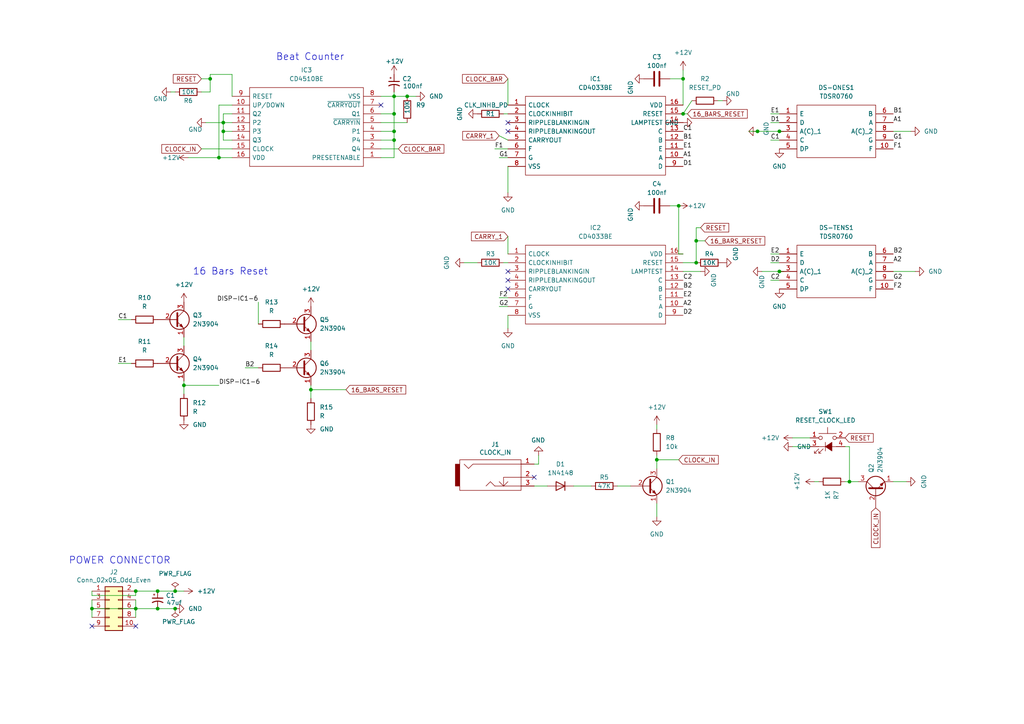
<source format=kicad_sch>
(kicad_sch (version 20211123) (generator eeschema)
  (paper "A4")
  (title_block (title "16Bars") (company "16thWind"))
  (lib_symbols
    (symbol "4xxx:CD4033BE" (pin_names (offset 0.762))
      (property "Reference" "IC" (at 46.99 7.62 0))
      (property "Value" "CD4033BE" (at 46.99 5.08 0))
      (symbol "CD4033BE_0_0"
        (pin input line (at 0 0 0) (length 5.08) (name "CLOCK") (number "1"))
        (pin passive line (at 50.8 -15.24 180) (length 5.08) (name "A") (number "10"))
        (pin passive line (at 50.8 -12.7 180) (length 5.08) (name "E") (number "11"))
        (pin passive line (at 50.8 -10.16 180) (length 5.08) (name "B") (number "12"))
        (pin passive line (at 50.8 -7.62 180) (length 5.08) (name "C") (number "13"))
        (pin passive line (at 50.8 -5.08 180) (length 5.08) (name "LAMPTEST") (number "14"))
        (pin passive line (at 50.8 -2.54 180) (length 5.08) (name "RESET") (number "15"))
        (pin power_in line (at 50.8 0 180) (length 5.08) (name "VDD") (number "16"))
        (pin input line (at 0 -2.54 0) (length 5.08) (name "CLOCKINHIBIT") (number "2"))
        (pin input line (at 0 -5.08 0) (length 5.08) (name "RIPPLEBLANKINGIN") (number "3"))
        (pin output line (at 0 -7.62 0) (length 5.08) (name "RIPPLEBLANKINGOUT") (number "4"))
        (pin output line (at 0 -10.16 0) (length 5.08) (name "CARRYOUT") (number "5"))
        (pin passive line (at 0 -12.7 0) (length 5.08) (name "F") (number "6"))
        (pin passive line (at 0 -15.24 0) (length 5.08) (name "G") (number "7"))
        (pin passive line (at 0 -17.78 0) (length 5.08) (name "VSS") (number "8"))
        (pin passive line (at 50.8 -17.78 180) (length 5.08) (name "D") (number "9"))
      )
      (symbol "CD4033BE_0_1"
        (polyline (pts (xy 5.08 2.54) (xy 45.72 2.54) (xy 45.72 -20.32) (xy 5.08 -20.32) (xy 5.08 2.54)) (stroke (width 0.1524)))
      )
    )
    (symbol "4xxx:CD4510BE" (pin_names (offset 0.762))
      (property "Reference" "IC" (at 39.37 7.62 0))
      (property "Value" "CD4510BE" (at 39.37 5.08 0))
      (symbol "CD4510BE_0_0"
        (pin passive line (at 0 0 0) (length 5.08) (name "PRESETENABLE") (number "1"))
        (pin passive line (at 43.18 -15.24 180) (length 5.08) (name "UP/DOWN") (number "10"))
        (pin passive line (at 43.18 -12.7 180) (length 5.08) (name "Q2") (number "11"))
        (pin passive line (at 43.18 -10.16 180) (length 5.08) (name "P2") (number "12"))
        (pin passive line (at 43.18 -7.62 180) (length 5.08) (name "P3") (number "13"))
        (pin passive line (at 43.18 -5.08 180) (length 5.08) (name "Q3") (number "14"))
        (pin input line (at 43.18 -2.54 180) (length 5.08) (name "CLOCK") (number "15"))
        (pin power_in line (at 43.18 0 180) (length 5.08) (name "VDD") (number "16"))
        (pin passive line (at 0 -2.54 0) (length 5.08) (name "Q4") (number "2"))
        (pin passive line (at 0 -5.08 0) (length 5.08) (name "P4") (number "3"))
        (pin passive line (at 0 -7.62 0) (length 5.08) (name "P1") (number "4"))
        (pin input line (at 0 -10.16 0) (length 5.08) (name "~{CARRYIN}") (number "5"))
        (pin passive line (at 0 -12.7 0) (length 5.08) (name "Q1") (number "6"))
        (pin output line (at 0 -15.24 0) (length 5.08) (name "~{CARRYOUT}") (number "7"))
        (pin passive line (at 0 -17.78 0) (length 5.08) (name "VSS") (number "8"))
        (pin passive line (at 43.18 -17.78 180) (length 5.08) (name "RESET") (number "9"))
      )
      (symbol "CD4510BE_0_1"
        (polyline (pts (xy 5.08 2.54) (xy 38.1 2.54) (xy 38.1 -20.32) (xy 5.08 -20.32) (xy 5.08 2.54)) (stroke (width 0.1524)))
      )
    )
    (symbol "CD4033BE_1" (pin_names (offset 0.762))
      (property "Reference" "IC" (at 46.99 7.62 0))
      (property "Value" "CD4033BE_1" (at 46.99 5.08 0))
      (symbol "CD4033BE_1_0_0"
        (pin input line (at 0 0 0) (length 5.08) (name "CLOCK") (number "1"))
        (pin passive line (at 50.8 -15.24 180) (length 5.08) (name "A") (number "10"))
        (pin passive line (at 50.8 -12.7 180) (length 5.08) (name "E") (number "11"))
        (pin passive line (at 50.8 -10.16 180) (length 5.08) (name "B") (number "12"))
        (pin passive line (at 50.8 -7.62 180) (length 5.08) (name "C") (number "13"))
        (pin passive line (at 50.8 -5.08 180) (length 5.08) (name "LAMPTEST") (number "14"))
        (pin passive line (at 50.8 -2.54 180) (length 5.08) (name "RESET") (number "15"))
        (pin power_in line (at 50.8 0 180) (length 5.08) (name "VDD") (number "16"))
        (pin input line (at 0 -2.54 0) (length 5.08) (name "CLOCKINHIBIT") (number "2"))
        (pin input line (at 0 -5.08 0) (length 5.08) (name "RIPPLEBLANKINGIN") (number "3"))
        (pin output line (at 0 -7.62 0) (length 5.08) (name "RIPPLEBLANKINGOUT") (number "4"))
        (pin output line (at 0 -10.16 0) (length 5.08) (name "CARRYOUT") (number "5"))
        (pin passive line (at 0 -12.7 0) (length 5.08) (name "F") (number "6"))
        (pin passive line (at 0 -15.24 0) (length 5.08) (name "G") (number "7"))
        (pin passive line (at 0 -17.78 0) (length 5.08) (name "VSS") (number "8"))
        (pin passive line (at 50.8 -17.78 180) (length 5.08) (name "D") (number "9"))
      )
      (symbol "CD4033BE_1_0_1"
        (polyline (pts (xy 5.08 2.54) (xy 45.72 2.54) (xy 45.72 -20.32) (xy 5.08 -20.32) (xy 5.08 2.54)) (stroke (width 0.1524)))
      )
    )
    (symbol "Connector_Generic:Conn_02x05_Odd_Even" (pin_names (offset 1.016) hide)
      (property "Reference" "J" (at 1.27 7.62 0))
      (property "Value" "Conn_02x05_Odd_Even" (at 1.27 -7.62 0))
      (symbol "Conn_02x05_Odd_Even_1_1"
        (rectangle (start -1.27 -4.953) (end 0 -5.207) (stroke (width 0.1524)))
        (rectangle (start -1.27 -2.413) (end 0 -2.667) (stroke (width 0.1524)))
        (rectangle (start -1.27 0.127) (end 0 -0.127) (stroke (width 0.1524)))
        (rectangle (start -1.27 2.667) (end 0 2.413) (stroke (width 0.1524)))
        (rectangle (start -1.27 5.207) (end 0 4.953) (stroke (width 0.1524)))
        (rectangle (start -1.27 6.35) (end 3.81 -6.35) (stroke (width 0.254)) (fill (type background)))
        (rectangle (start 3.81 -4.953) (end 2.54 -5.207) (stroke (width 0.1524)))
        (rectangle (start 3.81 -2.413) (end 2.54 -2.667) (stroke (width 0.1524)))
        (rectangle (start 3.81 0.127) (end 2.54 -0.127) (stroke (width 0.1524)))
        (rectangle (start 3.81 2.667) (end 2.54 2.413) (stroke (width 0.1524)))
        (rectangle (start 3.81 5.207) (end 2.54 4.953) (stroke (width 0.1524)))
        (pin passive line (at -5.08 5.08 0) (length 3.81) (name "Pin_1") (number "1"))
        (pin passive line (at 7.62 -5.08 180) (length 3.81) (name "Pin_10") (number "10"))
        (pin passive line (at 7.62 5.08 180) (length 3.81) (name "Pin_2") (number "2"))
        (pin passive line (at -5.08 2.54 0) (length 3.81) (name "Pin_3") (number "3"))
        (pin passive line (at 7.62 2.54 180) (length 3.81) (name "Pin_4") (number "4"))
        (pin passive line (at -5.08 0 0) (length 3.81) (name "Pin_5") (number "5"))
        (pin passive line (at 7.62 0 180) (length 3.81) (name "Pin_6") (number "6"))
        (pin passive line (at -5.08 -2.54 0) (length 3.81) (name "Pin_7") (number "7"))
        (pin passive line (at 7.62 -2.54 180) (length 3.81) (name "Pin_8") (number "8"))
        (pin passive line (at -5.08 -5.08 0) (length 3.81) (name "Pin_9") (number "9"))
      )
    )
    (symbol "Device:C" (pin_numbers hide) (pin_names (offset 0.254))
      (property "Reference" "C" (at 0.635 2.54 0))
      (property "Value" "C" (at 0.635 -2.54 0))
      (symbol "C_0_1"
        (polyline (pts (xy -2.032 -0.762) (xy 2.032 -0.762)) (stroke (width 0.508)))
        (polyline (pts (xy -2.032 0.762) (xy 2.032 0.762)) (stroke (width 0.508)))
      )
      (symbol "C_1_1"
        (pin passive line (at 0 3.81 270) (length 2.794) (name "~") (number "1"))
        (pin passive line (at 0 -3.81 90) (length 2.794) (name "~") (number "2"))
      )
    )
    (symbol "Device:C_Polarized_Small_US" (pin_numbers hide) (pin_names (offset 0.254) hide)
      (property "Reference" "C" (at 0.254 1.778 0))
      (property "Value" "C_Polarized_Small_US" (at 0.254 -2.032 0))
      (symbol "C_Polarized_Small_US_0_1"
        (polyline (pts (xy -1.524 0.508) (xy 1.524 0.508)) (stroke (width 0.3048)))
        (polyline (pts (xy -1.27 1.524) (xy -0.762 1.524)))
        (polyline (pts (xy -1.016 1.27) (xy -1.016 1.778)))
        (arc (start 1.524 -0.762) (mid 0 -0.3734) (end -1.524 -0.762) (stroke (width 0.3048)))
      )
      (symbol "C_Polarized_Small_US_1_1"
        (pin passive line (at 0 2.54 270) (length 2.032) (name "~") (number "1"))
        (pin passive line (at 0 -2.54 90) (length 2.032) (name "~") (number "2"))
      )
    )
    (symbol "Device:D" (pin_numbers hide) (pin_names (offset 1.016) hide)
      (property "Reference" "D" (at 0 2.54 0))
      (property "Value" "D" (at 0 -2.54 0))
      (symbol "D_0_1"
        (polyline (pts (xy -1.27 1.27) (xy -1.27 -1.27)) (stroke (width 0.254)))
        (polyline (pts (xy 1.27 0) (xy -1.27 0)))
        (polyline (pts (xy 1.27 1.27) (xy 1.27 -1.27) (xy -1.27 0) (xy 1.27 1.27)) (stroke (width 0.254)))
      )
      (symbol "D_1_1"
        (pin passive line (at -3.81 0 0) (length 2.54) (name "K") (number "1"))
        (pin passive line (at 3.81 0 180) (length 2.54) (name "A") (number "2"))
      )
    )
    (symbol "Device:R" (pin_numbers hide) (pin_names (offset 0))
      (property "Reference" "R" (at 2.032 0 90))
      (property "Value" "R" (at 0 0 90))
      (symbol "R_0_1"
        (rectangle (start -1.016 -2.54) (end 1.016 2.54) (stroke (width 0.254)))
      )
      (symbol "R_1_1"
        (pin passive line (at 0 3.81 270) (length 1.27) (name "~") (number "1"))
        (pin passive line (at 0 -3.81 90) (length 1.27) (name "~") (number "2"))
      )
    )
    (symbol "SamacSys_Parts:TDSR0760" (pin_names (offset 0.762))
      (property "Reference" "DS" (at 29.21 7.62 0))
      (property "Value" "TDSR0760" (at 29.21 5.08 0))
      (symbol "TDSR0760_0_0"
        (pin passive line (at 0 0 0) (length 5.08) (name "E") (number "1"))
        (pin passive line (at 33.02 -10.16 180) (length 5.08) (name "F") (number "10"))
        (pin passive line (at 0 -2.54 0) (length 5.08) (name "D") (number "2"))
        (pin passive line (at 0 -5.08 0) (length 5.08) (name "A(C)_1") (number "3"))
        (pin passive line (at 0 -7.62 0) (length 5.08) (name "C") (number "4"))
        (pin passive line (at 0 -10.16 0) (length 5.08) (name "DP") (number "5"))
        (pin passive line (at 33.02 0 180) (length 5.08) (name "B") (number "6"))
        (pin passive line (at 33.02 -2.54 180) (length 5.08) (name "A") (number "7"))
        (pin passive line (at 33.02 -5.08 180) (length 5.08) (name "A(C)_2") (number "8"))
        (pin passive line (at 33.02 -7.62 180) (length 5.08) (name "G") (number "9"))
      )
      (symbol "TDSR0760_0_1"
        (polyline (pts (xy 5.08 2.54) (xy 27.94 2.54) (xy 27.94 -12.7) (xy 5.08 -12.7) (xy 5.08 2.54)) (stroke (width 0.1524)))
      )
    )
    (symbol "Switch:SW_Push_LED" (pin_names (offset 1.016) hide)
      (property "Reference" "SW" (at 0.635 5.715 0))
      (property "Value" "SW_Push_LED" (at 0 -3.175 0))
      (symbol "SW_Push_LED_0_0"
        (polyline (pts (xy -3.81 -1.905) (xy -2.54 -0.635)))
        (polyline (pts (xy -2.54 -1.905) (xy -1.27 -0.635)))
        (polyline (pts (xy -2.54 0) (xy 2.54 0)))
        (polyline (pts (xy -0.635 1.27) (xy -0.635 -1.27)))
        (polyline (pts (xy -3.81 -1.27) (xy -3.81 -1.905) (xy -3.175 -1.905)))
        (polyline (pts (xy -2.54 -1.27) (xy -2.54 -1.905) (xy -1.905 -1.905)))
        (polyline (pts (xy -0.635 0) (xy 1.27 1.27) (xy 1.27 -1.27) (xy -0.635 0)) (fill (type outline)))
      )
      (symbol "SW_Push_LED_0_1"
        (circle (center -2.032 2.54) (radius 0.508))
        (polyline (pts (xy 0 3.81) (xy 0 5.588)))
        (polyline (pts (xy 2.54 3.81) (xy -2.54 3.81)))
        (circle (center 2.032 2.54) (radius 0.508))
        (pin passive line (at -5.08 2.54 0) (length 2.54) (name "1") (number "1"))
        (pin passive line (at 5.08 2.54 180) (length 2.54) (name "2") (number "2"))
        (pin passive line (at -5.08 0 0) (length 2.54) (name "K") (number "3"))
        (pin passive line (at 5.08 0 180) (length 2.54) (name "A") (number "4"))
      )
    )
    (symbol "Transistor_BJT:2N3904" (pin_names (offset 0) hide)
      (property "Reference" "Q" (at 5.08 1.905 0))
      (property "Value" "2N3904" (at 5.08 0 0))
      (symbol "2N3904_0_1"
        (polyline (pts (xy 0.635 0.635) (xy 2.54 2.54)))
        (polyline (pts (xy 0.635 -0.635) (xy 2.54 -2.54) (xy 2.54 -2.54)))
        (polyline (pts (xy 0.635 1.905) (xy 0.635 -1.905) (xy 0.635 -1.905)) (stroke (width 0.508)))
        (polyline (pts (xy 1.27 -1.778) (xy 1.778 -1.27) (xy 2.286 -2.286) (xy 1.27 -1.778) (xy 1.27 -1.778)) (fill (type outline)))
        (circle (center 1.27 0) (radius 2.8194) (stroke (width 0.254)))
      )
      (symbol "2N3904_1_1"
        (pin passive line (at 2.54 -5.08 90) (length 2.54) (name "E") (number "1"))
        (pin passive line (at -5.08 0 0) (length 5.715) (name "B") (number "2"))
        (pin passive line (at 2.54 5.08 270) (length 2.54) (name "C") (number "3"))
      )
    )
    (symbol "eurocad:PJ301M-12" (pin_names (offset 1.016))
      (property "Reference" "J" (at -8.89 -5.08 0))
      (property "Value" "eurocad_PJ301M-12" (at -3.81 6.35 0))
      (symbol "PJ301M-12_0_1"
        (rectangle (start -11.43 3.81) (end -10.16 -2.54) (fill (type outline)))
        (polyline (pts (xy 3.81 0) (xy 7.62 0) (xy 7.62 0)))
        (polyline (pts (xy 0 -2.54) (xy -1.27 -1.27) (xy -2.54 -2.54) (xy -2.54 -2.54)))
        (polyline (pts (xy 0 -2.54) (xy 7.62 -2.54) (xy 7.62 -2.54) (xy 7.62 -2.54)))
        (polyline (pts (xy 1.27 -1.27) (xy 2.54 -2.54) (xy 3.81 -1.27) (xy 3.81 -1.27)))
        (polyline (pts (xy 3.81 0) (xy 2.54 0) (xy 2.54 -2.54) (xy 2.54 -2.54)))
        (polyline (pts (xy 7.62 3.81) (xy -6.35 3.81) (xy -7.62 2.54) (xy -8.89 3.81) (xy -8.89 3.81)))
        (rectangle (start 7.62 -3.81) (end -10.16 5.08))
      )
      (symbol "PJ301M-12_1_1"
        (pin passive line (at 11.43 3.81 180) (length 3.81) (name "~") (number "1"))
        (pin passive line (at 11.43 0 180) (length 3.81) (name "~") (number "2"))
        (pin passive line (at 11.43 -2.54 180) (length 3.81) (name "~") (number "3"))
      )
    )
    (symbol "power:+12V" (power) (pin_names (offset 0))
      (property "Value" "+12V" (at 0 3.556 0))
      (symbol "+12V_0_1"
        (polyline (pts (xy -0.762 1.27) (xy 0 2.54)))
        (polyline (pts (xy 0 0) (xy 0 2.54)))
        (polyline (pts (xy 0 2.54) (xy 0.762 1.27)))
      )
      (symbol "+12V_1_1"
        (pin power_in line (at 0 0 90) (length 0) hide (name "+12V") (number "1"))
      )
    )
    (symbol "power:GND" (power) (pin_names (offset 0))
      (property "Value" "GND" (at 0 -3.81 0))
      (symbol "GND_0_1"
        (polyline (pts (xy 0 0) (xy 0 -1.27) (xy 1.27 -1.27) (xy 0 -2.54) (xy -1.27 -1.27) (xy 0 -1.27)))
      )
      (symbol "GND_1_1"
        (pin power_in line (at 0 0 270) (length 0) hide (name "GND") (number "1"))
      )
    )
    (symbol "power:PWR_FLAG" (power) (pin_numbers hide) (pin_names (offset 0) hide)
      (property "Value" "PWR_FLAG" (at 0 3.81 0))
      (symbol "PWR_FLAG_0_0"
        (pin power_out line (at 0 0 90) (length 0) (name "pwr") (number "1"))
      )
      (symbol "PWR_FLAG_0_1"
        (polyline (pts (xy 0 0) (xy 0 1.27) (xy -1.016 1.905) (xy 0 2.54) (xy 1.016 1.905) (xy 0 1.27)))
      )
    )
  )
  (junction (at 39.37 176.53))
  (junction (at 90.17 113.03))
  (junction (at 64.77 38.1))
  (junction (at 190.5 133.35))
  (junction (at 246.38 139.7))
  (junction (at 50.8 176.53))
  (junction (at 198.12 22.86))
  (junction (at 198.12 33.02))
  (junction (at 118.11 27.94))
  (junction (at 60.96 22.86))
  (junction (at 53.34 111.76))
  (junction (at 39.37 171.45))
  (junction (at 226.06 78.74))
  (junction (at 45.72 176.53))
  (junction (at 114.3 27.94))
  (junction (at 114.3 40.64))
  (junction (at 219.71 38.1))
  (junction (at 114.3 33.02))
  (junction (at 26.67 176.53))
  (junction (at 64.77 35.56))
  (junction (at 63.5 45.72))
  (junction (at 45.72 171.45))
  (junction (at 201.93 76.2))
  (junction (at 226.06 38.1))
  (junction (at 50.8 171.45))
  (junction (at 196.85 59.69))
  (junction (at 201.93 69.85))
  (junction (at 114.3 38.1))
  (no_connect (at 147.32 38.1))
  (no_connect (at 147.32 35.56))
  (no_connect (at 154.94 138.43))
  (no_connect (at 26.67 181.61))
  (no_connect (at 147.32 81.28))
  (no_connect (at 147.32 78.74))
  (no_connect (at 147.32 83.82))
  (no_connect (at 110.49 30.48))
  (no_connect (at 39.37 181.61))
  (wire (pts (xy 90.17 99.06) (xy 90.17 101.6)))
  (wire (pts (xy 26.67 173.99) (xy 26.67 176.53)))
  (wire (pts (xy 200.66 29.21) (xy 198.12 33.02)))
  (wire (pts (xy 58.42 43.18) (xy 67.31 43.18)))
  (wire (pts (xy 190.5 146.05) (xy 190.5 149.86)))
  (wire (pts (xy 45.72 171.45) (xy 50.8 171.45)))
  (wire (pts (xy 223.52 81.28) (xy 226.06 81.28)))
  (wire (pts (xy 39.37 179.07) (xy 39.37 176.53)))
  (wire (pts (xy 110.49 35.56) (xy 118.11 35.56)))
  (wire (pts (xy 39.37 171.45) (xy 45.72 171.45)))
  (wire (pts (xy 190.5 133.35) (xy 190.5 132.08)))
  (wire (pts (xy 223.52 76.2) (xy 226.06 76.2)))
  (wire (pts (xy 198.12 22.86) (xy 198.12 30.48)))
  (wire (pts (xy 147.32 22.86) (xy 147.32 30.48)))
  (wire (pts (xy 196.85 133.35) (xy 190.5 133.35)))
  (wire (pts (xy 60.96 26.67) (xy 58.42 26.67)))
  (wire (pts (xy 147.32 43.18) (xy 143.51 43.18)))
  (wire (pts (xy 147.32 45.72) (xy 144.78 45.72)))
  (wire (pts (xy 110.49 40.64) (xy 114.3 40.64)))
  (wire (pts (xy 147.32 68.58) (xy 147.32 73.66)))
  (wire (pts (xy 53.34 97.79) (xy 53.34 100.33)))
  (wire (pts (xy 39.37 173.99) (xy 39.37 176.53)))
  (wire (pts (xy 67.31 33.02) (xy 64.77 33.02)))
  (wire (pts (xy 190.5 123.19) (xy 190.5 124.46)))
  (wire (pts (xy 118.11 27.94) (xy 114.3 27.94)))
  (wire (pts (xy 182.88 140.97) (xy 179.07 140.97)))
  (wire (pts (xy 246.38 129.54) (xy 246.38 139.7)))
  (wire (pts (xy 60.96 21.59) (xy 67.31 21.59)))
  (wire (pts (xy 236.22 139.7) (xy 237.49 139.7)))
  (wire (pts (xy 156.21 134.62) (xy 154.94 134.62)))
  (wire (pts (xy 63.5 30.48) (xy 63.5 45.72)))
  (wire (pts (xy 234.95 129.54) (xy 229.87 129.54)))
  (wire (pts (xy 223.52 33.02) (xy 226.06 33.02)))
  (wire (pts (xy 34.29 105.41) (xy 38.1 105.41)))
  (wire (pts (xy 39.37 171.45) (xy 39.37 172.72)))
  (wire (pts (xy 226.06 38.1) (xy 227.33 38.1)))
  (wire (pts (xy 50.8 176.53) (xy 45.72 176.53)))
  (wire (pts (xy 26.67 172.72) (xy 26.67 171.45)))
  (wire (pts (xy 156.21 134.62) (xy 156.21 132.08)))
  (wire (pts (xy 194.31 59.69) (xy 196.85 59.69)))
  (wire (pts (xy 60.96 21.59) (xy 60.96 22.86)))
  (wire (pts (xy 114.3 27.94) (xy 110.49 27.94)))
  (wire (pts (xy 203.2 66.04) (xy 201.93 66.04)))
  (wire (pts (xy 201.93 76.2) (xy 198.12 76.2)))
  (wire (pts (xy 114.3 40.64) (xy 114.3 45.72)))
  (wire (pts (xy 90.17 113.03) (xy 100.33 113.03)))
  (wire (pts (xy 201.93 69.85) (xy 204.47 69.85)))
  (wire (pts (xy 64.77 38.1) (xy 64.77 35.56)))
  (wire (pts (xy 64.77 35.56) (xy 67.31 35.56)))
  (wire (pts (xy 26.67 179.07) (xy 26.67 176.53)))
  (wire (pts (xy 220.98 78.74) (xy 226.06 78.74)))
  (wire (pts (xy 60.96 22.86) (xy 60.96 26.67)))
  (wire (pts (xy 110.49 33.02) (xy 114.3 33.02)))
  (wire (pts (xy 110.49 45.72) (xy 114.3 45.72)))
  (wire (pts (xy 63.5 45.72) (xy 67.31 45.72)))
  (wire (pts (xy 74.93 87.63) (xy 74.93 93.98)))
  (wire (pts (xy 64.77 33.02) (xy 64.77 35.56)))
  (wire (pts (xy 67.31 40.64) (xy 64.77 40.64)))
  (wire (pts (xy 67.31 21.59) (xy 67.31 27.94)))
  (wire (pts (xy 226.06 78.74) (xy 227.33 78.74)))
  (wire (pts (xy 217.17 38.1) (xy 219.71 38.1)))
  (wire (pts (xy 264.16 38.1) (xy 259.08 38.1)))
  (wire (pts (xy 39.37 172.72) (xy 26.67 172.72)))
  (wire (pts (xy 198.12 20.32) (xy 198.12 22.86)))
  (wire (pts (xy 144.78 86.36) (xy 147.32 86.36)))
  (wire (pts (xy 90.17 113.03) (xy 90.17 111.76)))
  (wire (pts (xy 71.12 106.68) (xy 74.93 106.68)))
  (wire (pts (xy 144.78 88.9) (xy 147.32 88.9)))
  (wire (pts (xy 208.28 29.21) (xy 209.55 29.21)))
  (wire (pts (xy 219.71 38.1) (xy 226.06 38.1)))
  (wire (pts (xy 53.34 114.3) (xy 53.34 111.76)))
  (wire (pts (xy 53.34 111.76) (xy 63.5 111.76)))
  (wire (pts (xy 90.17 115.57) (xy 90.17 113.03)))
  (wire (pts (xy 199.39 33.02) (xy 198.12 33.02)))
  (wire (pts (xy 203.2 78.74) (xy 198.12 78.74)))
  (wire (pts (xy 154.94 140.97) (xy 158.75 140.97)))
  (wire (pts (xy 265.43 78.74) (xy 259.08 78.74)))
  (wire (pts (xy 246.38 129.54) (xy 245.11 129.54)))
  (wire (pts (xy 45.72 176.53) (xy 39.37 176.53)))
  (wire (pts (xy 245.11 139.7) (xy 246.38 139.7)))
  (wire (pts (xy 114.3 27.94) (xy 114.3 33.02)))
  (wire (pts (xy 110.49 38.1) (xy 114.3 38.1)))
  (wire (pts (xy 53.34 111.76) (xy 53.34 110.49)))
  (wire (pts (xy 223.52 35.56) (xy 226.06 35.56)))
  (wire (pts (xy 147.32 48.26) (xy 147.32 55.88)))
  (wire (pts (xy 223.52 40.64) (xy 226.06 40.64)))
  (wire (pts (xy 26.67 176.53) (xy 39.37 176.53)))
  (wire (pts (xy 147.32 91.44) (xy 147.32 95.25)))
  (wire (pts (xy 114.3 38.1) (xy 114.3 40.64)))
  (wire (pts (xy 171.45 140.97) (xy 166.37 140.97)))
  (wire (pts (xy 146.05 33.02) (xy 147.32 33.02)))
  (wire (pts (xy 59.69 35.56) (xy 64.77 35.56)))
  (wire (pts (xy 146.05 76.2) (xy 147.32 76.2)))
  (wire (pts (xy 223.52 73.66) (xy 226.06 73.66)))
  (wire (pts (xy 134.62 76.2) (xy 138.43 76.2)))
  (wire (pts (xy 67.31 38.1) (xy 64.77 38.1)))
  (wire (pts (xy 50.8 171.45) (xy 53.34 171.45)))
  (wire (pts (xy 196.85 59.69) (xy 196.85 73.66)))
  (wire (pts (xy 34.29 92.71) (xy 38.1 92.71)))
  (wire (pts (xy 50.8 26.67) (xy 49.53 26.67)))
  (wire (pts (xy 229.87 127) (xy 234.95 127)))
  (wire (pts (xy 54.61 45.72) (xy 63.5 45.72)))
  (wire (pts (xy 196.85 73.66) (xy 198.12 73.66)))
  (wire (pts (xy 64.77 40.64) (xy 64.77 38.1)))
  (wire (pts (xy 246.38 139.7) (xy 248.92 139.7)))
  (wire (pts (xy 120.65 27.94) (xy 118.11 27.94)))
  (wire (pts (xy 201.93 69.85) (xy 201.93 76.2)))
  (wire (pts (xy 201.93 66.04) (xy 201.93 69.85)))
  (wire (pts (xy 194.31 22.86) (xy 198.12 22.86)))
  (wire (pts (xy 190.5 135.89) (xy 190.5 133.35)))
  (wire (pts (xy 115.57 43.18) (xy 110.49 43.18)))
  (wire (pts (xy 67.31 30.48) (xy 63.5 30.48)))
  (wire (pts (xy 114.3 33.02) (xy 114.3 38.1)))
  (wire (pts (xy 144.78 39.37) (xy 147.32 40.64)))
  (wire (pts (xy 58.42 22.86) (xy 60.96 22.86)))
  (wire (pts (xy 114.3 26.67) (xy 114.3 27.94)))
  (wire (pts (xy 259.08 139.7) (xy 262.89 139.7)))
  (text "POWER CONNECTOR" (at 49.53 163.83 180) (effects (font (size 2 2)) (justify right bottom)))
  (text "16 Bars Reset\n" (at 55.88 80.01 0) (effects (font (size 2 2)) (justify left bottom)))
  (text "Beat Counter" (at 80.01 17.78 0) (effects (font (size 2 2)) (justify left bottom)))
  (label "C1" (at 223.52 40.64 0))
  (label "A2" (at 259.08 76.2 0))
  (label "F2" (at 259.08 83.82 0))
  (label "G1" (at 259.08 40.64 0))
  (label "A1" (at 198.12 45.72 0))
  (label "D1" (at 198.12 48.26 0))
  (label "F1" (at 259.08 43.18 0))
  (label "D2" (at 198.12 91.44 0))
  (label "C2" (at 198.12 81.28 0))
  (label "D2" (at 223.52 76.2 0))
  (label "F1" (at 143.51 43.18 0))
  (label "E1" (at 34.29 105.41 0))
  (label "B2" (at 259.08 73.66 0))
  (label "E2" (at 198.12 86.36 0))
  (label "B1" (at 198.12 40.64 0))
  (label "C1" (at 198.12 38.1 0))
  (label "DISP-IC1-6" (at 74.93 87.63 180))
  (label "A2" (at 198.12 88.9 0))
  (label "F2" (at 144.78 86.36 0))
  (label "G2" (at 144.78 88.9 0))
  (label "G2" (at 259.08 81.28 0))
  (label "B2" (at 71.12 106.68 0))
  (label "C1" (at 34.29 92.71 0))
  (label "B2" (at 198.12 83.82 0))
  (label "B1" (at 259.08 33.02 0))
  (label "E2" (at 223.52 73.66 0))
  (label "C2" (at 223.52 81.28 0))
  (label "E1" (at 198.12 43.18 0))
  (label "D1" (at 223.52 35.56 0))
  (label "DISP-IC1-6" (at 63.5 111.76 0))
  (label "G1" (at 144.78 45.72 0))
  (label "A1" (at 259.08 35.56 0))
  (label "E1" (at 223.52 33.02 0))
  (global_label "RESET" (shape input) (at 58.42 22.86 180) (property "Intersheet References" "${INTERSHEET_REFS}" (effects hide)))
  (global_label "CLOCK_IN" (shape input) (at 196.85 133.35 0) (property "Intersheet References" "${INTERSHEET_REFS}" (effects hide)))
  (global_label "CLOCK_BAR" (shape input) (at 115.57 43.18 0) (property "Intersheet References" "${INTERSHEET_REFS}" (effects hide)))
  (global_label "RESET" (shape input) (at 245.11 127 0) (property "Intersheet References" "${INTERSHEET_REFS}" (effects hide)))
  (global_label "16_BARS_RESET" (shape input) (at 204.47 69.85 0) (property "Intersheet References" "${INTERSHEET_REFS}" (effects hide)))
  (global_label "CLOCK_IN" (shape input) (at 58.42 43.18 180) (property "Intersheet References" "${INTERSHEET_REFS}" (effects hide)))
  (global_label "16_BARS_RESET" (shape input) (at 100.33 113.03 0) (property "Intersheet References" "${INTERSHEET_REFS}" (effects hide)))
  (global_label "RESET" (shape input) (at 203.2 66.04 0) (property "Intersheet References" "${INTERSHEET_REFS}" (effects hide)))
  (global_label "CARRY_1" (shape input) (at 144.78 39.37 180) (property "Intersheet References" "${INTERSHEET_REFS}" (effects hide)))
  (global_label "CARRY_1" (shape input) (at 147.32 68.58 180) (property "Intersheet References" "${INTERSHEET_REFS}" (effects hide)))
  (global_label "CLOCK_IN" (shape input) (at 254 147.32 270) (property "Intersheet References" "${INTERSHEET_REFS}" (effects hide)))
  (global_label "16_BARS_RESET" (shape input) (at 199.39 33.02 0) (property "Intersheet References" "${INTERSHEET_REFS}" (effects hide)))
  (global_label "CLOCK_BAR" (shape input) (at 147.32 22.86 180) (property "Intersheet References" "${INTERSHEET_REFS}" (effects hide)))
  (symbol (lib_id "Transistor_BJT:2N3904") (at 50.8 92.71 0) (unit 1)
    (property "Reference" "Q3" (at 55.88 91.4399 0) (effects (justify left)))
    (property "Value" "2N3904" (at 55.88 93.9799 0) (effects (justify left)))
    (property "Footprint" "Package_TO_SOT_THT:TO-92_Inline" (effects hide))
    (property "Datasheet" "https://www.onsemi.com/pub/Collateral/2N3903-D.PDF" (effects hide))
  )
  (symbol (lib_id "Transistor_BJT:2N3904") (at 87.63 93.98 0) (unit 1)
    (property "Reference" "Q5" (at 92.71 92.7099 0) (effects (justify left)))
    (property "Value" "2N3904" (at 92.71 95.2499 0) (effects (justify left)))
    (property "Footprint" "Package_TO_SOT_THT:TO-92_Inline" (effects hide))
    (property "Datasheet" "https://www.onsemi.com/pub/Collateral/2N3903-D.PDF" (effects hide))
  )
  (symbol (lib_id "Transistor_BJT:2N3904") (at 254 142.24 90) (unit 1)
    (property "Reference" "Q2" (at 252.7299 137.16 0) (effects (justify left)))
    (property "Value" "2N3904" (at 255.2699 137.16 0) (effects (justify left)))
    (property "Footprint" "Package_TO_SOT_THT:TO-92_Inline" (effects hide))
    (property "Datasheet" "https://www.onsemi.com/pub/Collateral/2N3903-D.PDF" (effects hide))
  )
  (symbol (lib_id "power:+12V") (at 114.3 21.59 0) (unit 1)
    (property "Reference" "#PWR025" (effects hide))
    (property "Value" "+12V" (at 111.76 17.78 0) (effects (justify left)))
  )
  (symbol (lib_id "power:GND") (at 226.06 83.82 0) (unit 1)
    (property "Reference" "#PWR08" (effects hide))
    (property "Value" "GND" (at 226.06 88.9 0))
  )
  (symbol (lib_id "power:PWR_FLAG") (at 50.8 171.45 0) (unit 1)
    (property "Reference" "#FLG0101" (effects hide))
    (property "Value" "PWR_FLAG" (at 50.8 166.37 0))
  )
  (symbol (lib_id "power:+12V") (at 53.34 87.63 0) (unit 1)
    (property "Reference" "#PWR03" (effects hide))
    (property "Value" "+12V" (at 53.34 82.55 0))
  )
  (symbol (lib_id "Device:R") (at 78.74 106.68 90) (unit 1)
    (property "Reference" "R14" (at 78.74 100.33 90))
    (property "Value" "R" (at 78.74 102.87 90))
    (property "Footprint" "Resistor_THT:R_Axial_DIN0204_L3.6mm_D1.6mm_P5.08mm_Horizontal" (effects hide))
  )
  (symbol (lib_id "SamacSys_Parts:TDSR0760") (at 226.06 33.02 0) (unit 1)
    (property "Reference" "DS-ONES1" (at 242.57 25.4 0))
    (property "Value" "TDSR0760" (at 242.57 27.94 0))
    (property "Footprint" "SamacSys_Parts:TDSR0760" (effects hide))
    (property "Datasheet" "https://www.vishay.com/docs/81163/tdsr0750.pdf" (effects hide))
    (property "Description" "Display Segmented 1DIGIT 8LED Hi-Int Red" (effects hide))
    (property "Height" "7.2" (effects hide))
    (property "Mouser Part Number" "78-TDSR0760" (effects hide))
    (property "Mouser Price/Stock" "https://www.mouser.co.uk/ProductDetail/Vishay-Semiconductors/TDSR0760?qs=RzxYCzJDjPUsfuITQhx9uw%3D%3D" (effects hide))
    (property "Manufacturer_Name" "Vishay" (effects hide))
    (property "Manufacturer_Part_Number" "TDSR0760" (effects hide))
  )
  (symbol (lib_id "Device:C_Polarized_Small_US") (at 114.3 24.13 0) (unit 1)
    (property "Reference" "C2" (at 119.38 22.86 0) (effects (justify right)))
    (property "Value" "100nf" (at 116.84 24.9681 0) (effects (justify left)))
    (property "Footprint" "Capacitor_THT:C_Disc_D7.0mm_W2.5mm_P5.00mm" (effects hide))
  )
  (symbol (lib_id "power:GND") (at 265.43 78.74 90) (unit 1)
    (property "Reference" "#PWR010" (effects hide))
    (property "Value" "GND" (at 269.24 78.74 90) (effects (justify right)))
  )
  (symbol (lib_id "Device:R") (at 204.47 29.21 270) (unit 1)
    (property "Reference" "R2" (at 204.47 22.86 90))
    (property "Value" "RESET_PD" (at 204.47 25.4 90))
    (property "Footprint" "Resistor_THT:R_Axial_DIN0204_L3.6mm_D1.6mm_P5.08mm_Horizontal" (effects hide))
  )
  (symbol (lib_id "power:GND") (at 134.62 76.2 270) (unit 1)
    (property "Reference" "#PWR01" (effects hide))
    (property "Value" "GND" (at 129.54 76.2 0))
  )
  (symbol (lib_id "power:GND") (at 203.2 78.74 90) (unit 1)
    (property "Reference" "#PWR021" (effects hide))
    (property "Value" "GND" (at 207.01 81.28 0))
  )
  (symbol (lib_id "Device:R") (at 41.91 92.71 90) (unit 1)
    (property "Reference" "R10" (at 41.91 86.36 90))
    (property "Value" "R" (at 41.91 88.9 90))
    (property "Footprint" "Resistor_THT:R_Axial_DIN0204_L3.6mm_D1.6mm_P5.08mm_Horizontal" (effects hide))
  )
  (symbol (lib_id "Device:C") (at 190.5 22.86 90) (unit 1)
    (property "Reference" "C3" (at 190.5 16.51 90))
    (property "Value" "100nf" (at 190.5 19.05 90))
    (property "Footprint" "Capacitor_THT:C_Disc_D7.0mm_W2.5mm_P5.00mm" (effects hide))
  )
  (symbol (lib_id "Device:R") (at 142.24 33.02 270) (unit 1)
    (property "Reference" "R1" (at 142.24 33.02 90))
    (property "Value" "CLK_INHB_PD" (at 140.97 30.48 90))
    (property "Footprint" "Resistor_THT:R_Axial_DIN0204_L3.6mm_D1.6mm_P5.08mm_Horizontal" (effects hide))
  )
  (symbol (lib_id "Device:R") (at 241.3 139.7 90) (unit 1)
    (property "Reference" "R7" (at 242.5701 142.24 0) (effects (justify right)))
    (property "Value" "1K" (at 240.0301 142.24 0) (effects (justify right)))
    (property "Footprint" "Diode_THT:D_A-405_P7.62mm_Horizontal" (effects hide))
  )
  (symbol (lib_id "power:GND") (at 220.98 78.74 270) (unit 1)
    (property "Reference" "#PWR07" (effects hide))
    (property "Value" "GND" (at 220.98 83.82 0) (effects (justify right)))
  )
  (symbol (lib_id "power:GND") (at 186.69 22.86 270) (unit 1)
    (property "Reference" "#PWR04" (effects hide))
    (property "Value" "GND" (at 182.88 25.4 0))
  )
  (symbol (lib_id "power:+12V") (at 190.5 123.19 0) (unit 1)
    (property "Reference" "#PWR017" (effects hide))
    (property "Value" "+12V" (at 190.5 118.11 0))
  )
  (symbol (lib_id "power:GND") (at 209.55 29.21 90) (unit 1)
    (property "Reference" "#PWR0104" (effects hide))
    (property "Value" "GND" (at 214.63 27.94 90) (effects (justify left top)))
  )
  (symbol (lib_name "CD4033BE_1") (lib_id "4xxx:CD4033BE") (at 147.32 73.66 0) (unit 1)
    (property "Reference" "IC2" (at 172.72 66.04 0))
    (property "Value" "CD4033BE" (at 172.72 68.58 0))
    (property "Footprint" "SamacSys_Parts:DIP794W53P254L1930H508Q16N" (effects hide))
    (property "Datasheet" "http://www.ti.com/lit/ds/symlink/cd4033b.pdf" (effects hide))
    (property "Description" "CMOS Decade Counter/Divider with Decoded 7-Segment Display Outputs and Ripple Blanking" (effects hide))
    (property "Height" "5.08" (effects hide))
    (property "Mouser Part Number" "595-CD4033BE" (effects hide))
    (property "Mouser Price/Stock" "https://www.mouser.co.uk/ProductDetail/Texas-Instruments/CD4033BE?qs=3FVjRv9mUZ8rpHZqAc%252BFuA%3D%3D" (effects hide))
    (property "Manufacturer_Name" "Texas Instruments" (effects hide))
    (property "Manufacturer_Part_Number" "CD4033BE" (effects hide))
  )
  (symbol (lib_id "power:GND") (at 198.12 35.56 90) (unit 1)
    (property "Reference" "#PWR0102" (effects hide))
    (property "Value" "GND" (at 196.85 35.5601 90) (effects (justify left)))
  )
  (symbol (lib_id "Device:R") (at 41.91 105.41 90) (unit 1)
    (property "Reference" "R11" (at 41.91 99.06 90))
    (property "Value" "R" (at 41.91 101.6 90))
    (property "Footprint" "Resistor_THT:R_Axial_DIN0204_L3.6mm_D1.6mm_P5.08mm_Horizontal" (effects hide))
  )
  (symbol (lib_id "power:GND") (at 138.43 33.02 270) (unit 1)
    (property "Reference" "#PWR0107" (effects hide))
    (property "Value" "GND" (at 133.35 33.02 0))
  )
  (symbol (lib_id "power:+12V") (at 198.12 20.32 0) (unit 1)
    (property "Reference" "#PWR0101" (effects hide))
    (property "Value" "+12V" (at 198.12 15.24 0))
  )
  (symbol (lib_id "Device:C_Polarized_Small_US") (at 45.72 173.99 0) (unit 1)
    (property "Reference" "C1" (at 50.8 172.72 0) (effects (justify right)))
    (property "Value" "47uf" (at 48.26 174.8281 0) (effects (justify left)))
    (property "Footprint" "Capacitor_THT:C_Radial_D5.0mm_H11.0mm_P2.00mm" (effects hide))
  )
  (symbol (lib_id "power:GND") (at 226.06 43.18 0) (unit 1)
    (property "Reference" "#PWR0105" (effects hide))
    (property "Value" "GND" (at 226.06 48.26 0))
  )
  (symbol (lib_id "power:GND") (at 229.87 129.54 270) (unit 1)
    (property "Reference" "#PWR014" (effects hide))
    (property "Value" "GND" (at 231.14 129.5399 90) (effects (justify left)))
  )
  (symbol (lib_id "power:GND") (at 120.65 27.94 90) (unit 1)
    (property "Reference" "#PWR020" (effects hide))
    (property "Value" "GND" (at 124.46 27.9399 90) (effects (justify right)))
  )
  (symbol (lib_id "power:GND") (at 147.32 95.25 0) (unit 1)
    (property "Reference" "#PWR026" (effects hide))
    (property "Value" "GND" (at 147.32 100.33 0))
  )
  (symbol (lib_id "Device:R") (at 53.34 118.11 0) (unit 1)
    (property "Reference" "R12" (at 55.88 116.8399 0) (effects (justify left)))
    (property "Value" "R" (at 55.88 119.3799 0) (effects (justify left)))
    (property "Footprint" "Resistor_THT:R_Axial_DIN0204_L3.6mm_D1.6mm_P5.08mm_Horizontal" (effects hide))
  )
  (symbol (lib_id "power:GND") (at 186.69 59.69 270) (unit 1)
    (property "Reference" "#PWR0108" (effects hide))
    (property "Value" "GND" (at 182.88 62.23 0))
  )
  (symbol (lib_id "Device:C") (at 190.5 59.69 90) (unit 1)
    (property "Reference" "C4" (at 190.5 53.34 90))
    (property "Value" "100nf" (at 190.5 55.88 90))
    (property "Footprint" "Capacitor_THT:C_Disc_D7.0mm_W2.5mm_P5.00mm" (effects hide))
  )
  (symbol (lib_id "power:+12V") (at 236.22 139.7 90) (unit 1)
    (property "Reference" "#PWR016" (effects hide))
    (property "Value" "+12V" (at 231.14 139.7 0))
  )
  (symbol (lib_id "Device:R") (at 118.11 31.75 180) (unit 1)
    (property "Reference" "R9" (at 120.65 30.4799 0) (effects (justify right)))
    (property "Value" "10K" (at 118.11 33.02 90) (effects (justify right)))
    (property "Footprint" "Resistor_THT:R_Axial_DIN0204_L3.6mm_D1.6mm_P5.08mm_Horizontal" (effects hide))
  )
  (symbol (lib_id "power:GND") (at 209.55 76.2 90) (unit 1)
    (property "Reference" "#PWR06" (effects hide))
    (property "Value" "GND" (at 213.36 73.66 0))
  )
  (symbol (lib_id "power:GND") (at 262.89 139.7 90) (unit 1)
    (property "Reference" "#PWR019" (effects hide))
    (property "Value" "GND" (at 267.97 139.7 0))
  )
  (symbol (lib_id "power:+12V") (at 53.34 171.45 270) (unit 1)
    (property "Reference" "#PWR0110" (effects hide))
    (property "Value" "+12V" (at 57.15 171.4499 90) (effects (justify left)))
  )
  (symbol (lib_id "Device:R") (at 190.5 128.27 0) (unit 1)
    (property "Reference" "R8" (at 193.04 126.9999 0) (effects (justify left)))
    (property "Value" "10k" (at 193.04 129.5399 0) (effects (justify left)))
    (property "Footprint" "Resistor_SMD:R_0805_2012Metric" (effects hide))
  )
  (symbol (lib_id "Connector_Generic:Conn_02x05_Odd_Even") (at 31.75 176.53 0) (unit 1)
    (property "Reference" "J2" (at 33.02 165.9382 0))
    (property "Value" "Conn_02x05_Odd_Even" (at 33.02 168.2496 0))
    (property "Footprint" "Connector_PinHeader_2.54mm:PinHeader_2x05_P2.54mm_Vertical" (effects hide))
  )
  (symbol (lib_id "power:GND") (at 156.21 132.08 180) (unit 1)
    (property "Reference" "#PWR02" (effects hide))
    (property "Value" "GND" (at 156.083 127.6858 0))
  )
  (symbol (lib_id "power:GND") (at 50.8 176.53 90) (unit 1)
    (property "Reference" "#PWR011" (effects hide))
    (property "Value" "GND" (at 54.61 176.5299 90) (effects (justify right)))
  )
  (symbol (lib_id "Device:R") (at 90.17 119.38 0) (unit 1)
    (property "Reference" "R15" (at 92.71 118.1099 0) (effects (justify left)))
    (property "Value" "R" (at 92.71 120.6499 0) (effects (justify left)))
    (property "Footprint" "Resistor_THT:R_Axial_DIN0204_L3.6mm_D1.6mm_P5.08mm_Horizontal" (effects hide))
  )
  (symbol (lib_id "power:GND") (at 59.69 35.56 270) (unit 1)
    (property "Reference" "#PWR015" (effects hide))
    (property "Value" "GND" (at 54.61 36.83 90) (effects (justify left top)))
  )
  (symbol (lib_id "Device:R") (at 54.61 26.67 90) (unit 1)
    (property "Reference" "R6" (at 54.61 29.21 90))
    (property "Value" "10K" (at 54.61 26.67 90))
    (property "Footprint" "Resistor_THT:R_Axial_DIN0204_L3.6mm_D1.6mm_P5.08mm_Horizontal" (effects hide))
  )
  (symbol (lib_id "Device:R") (at 78.74 93.98 90) (unit 1)
    (property "Reference" "R13" (at 78.74 87.63 90))
    (property "Value" "R" (at 78.74 90.17 90))
    (property "Footprint" "Resistor_THT:R_Axial_DIN0204_L3.6mm_D1.6mm_P5.08mm_Horizontal" (effects hide))
  )
  (symbol (lib_id "power:+12V") (at 90.17 88.9 0) (unit 1)
    (property "Reference" "#PWR023" (effects hide))
    (property "Value" "+12V" (at 90.17 83.82 0))
  )
  (symbol (lib_id "power:GND") (at 147.32 55.88 0) (unit 1)
    (property "Reference" "#PWR0106" (effects hide))
    (property "Value" "GND" (at 147.32 60.96 0))
  )
  (symbol (lib_id "power:PWR_FLAG") (at 50.8 176.53 180) (unit 1)
    (property "Reference" "#FLG0102" (effects hide))
    (property "Value" "PWR_FLAG" (at 46.99 180.34 0) (effects (justify right)))
  )
  (symbol (lib_id "Device:D") (at 162.56 140.97 180) (unit 1)
    (property "Reference" "D1" (at 162.56 134.62 0))
    (property "Value" "1N4148" (at 162.56 137.16 0))
    (property "Footprint" "Diode_THT:D_A-405_P7.62mm_Horizontal" (effects hide))
  )
  (symbol (lib_id "Transistor_BJT:2N3904") (at 87.63 106.68 0) (unit 1)
    (property "Reference" "Q6" (at 92.71 105.4099 0) (effects (justify left)))
    (property "Value" "2N3904" (at 92.71 107.9499 0) (effects (justify left)))
    (property "Footprint" "Package_TO_SOT_THT:TO-92_Inline" (effects hide))
    (property "Datasheet" "https://www.onsemi.com/pub/Collateral/2N3903-D.PDF" (effects hide))
  )
  (symbol (lib_id "Device:R") (at 175.26 140.97 270) (unit 1)
    (property "Reference" "R5" (at 175.26 138.43 90))
    (property "Value" "47K" (at 175.26 140.97 90))
    (property "Footprint" "Resistor_THT:R_Axial_DIN0207_L6.3mm_D2.5mm_P7.62mm_Horizontal" (effects hide))
  )
  (symbol (lib_id "power:GND") (at 219.71 38.1 270) (unit 1)
    (property "Reference" "#PWR0103" (effects hide))
    (property "Value" "GND" (at 222.25 39.37 0) (effects (justify right)))
  )
  (symbol (lib_id "power:+12V") (at 196.85 59.69 270) (unit 1)
    (property "Reference" "#PWR0109" (effects hide))
    (property "Value" "+12V" (at 199.39 59.69 90) (effects (justify left)))
  )
  (symbol (lib_id "Switch:SW_Push_LED") (at 240.03 129.54 0) (unit 1)
    (property "Reference" "SW1" (at 239.395 119.38 0))
    (property "Value" "RESET_CLOCK_LED" (at 239.395 121.92 0))
    (property "Footprint" "Button_Switch_THT:Thonk-LED-Button-MomentaryON" (effects hide))
  )
  (symbol (lib_id "power:GND") (at 190.5 149.86 0) (unit 1)
    (property "Reference" "#PWR018" (effects hide))
    (property "Value" "GND" (at 190.5 154.94 0))
  )
  (symbol (lib_id "power:GND") (at 53.34 121.92 0) (unit 1)
    (property "Reference" "#PWR022" (effects hide))
    (property "Value" "GND" (at 55.88 123.1899 0) (effects (justify left)))
  )
  (symbol (lib_id "SamacSys_Parts:TDSR0760") (at 226.06 73.66 0) (unit 1)
    (property "Reference" "DS-TENS1" (at 242.57 66.04 0))
    (property "Value" "TDSR0760" (at 242.57 68.58 0))
    (property "Footprint" "SamacSys_Parts:TDSR0760" (effects hide))
    (property "Datasheet" "https://www.vishay.com/docs/81163/tdsr0750.pdf" (effects hide))
    (property "Description" "Display Segmented 1DIGIT 8LED Hi-Int Red" (effects hide))
    (property "Height" "7.2" (effects hide))
    (property "Mouser Part Number" "78-TDSR0760" (effects hide))
    (property "Mouser Price/Stock" "https://www.mouser.co.uk/ProductDetail/Vishay-Semiconductors/TDSR0760?qs=RzxYCzJDjPUsfuITQhx9uw%3D%3D" (effects hide))
    (property "Manufacturer_Name" "Vishay" (effects hide))
    (property "Manufacturer_Part_Number" "TDSR0760" (effects hide))
  )
  (symbol (lib_id "power:GND") (at 264.16 38.1 90) (unit 1)
    (property "Reference" "#PWR09" (effects hide))
    (property "Value" "GND" (at 267.97 38.0999 90) (effects (justify right)))
  )
  (symbol (lib_id "Device:R") (at 205.74 76.2 270) (unit 1)
    (property "Reference" "R4" (at 205.74 73.66 90))
    (property "Value" "10K" (at 205.74 76.2 90))
    (property "Footprint" "Resistor_THT:R_Axial_DIN0204_L3.6mm_D1.6mm_P5.08mm_Horizontal" (effects hide))
  )
  (symbol (lib_id "eurocad:PJ301M-12") (at 143.51 138.43 0) (unit 1)
    (property "Reference" "J1" (at 143.6624 128.905 0))
    (property "Value" "CLOCK_IN" (at 143.6624 131.2164 0))
    (property "Footprint" "Connector_Audio:Jack_3.5mm_QingPu_WQP-PJ398SM_Vertical_CircularHoles" (effects hide))
  )
  (symbol (lib_id "power:GND") (at 49.53 26.67 270) (unit 1)
    (property "Reference" "#PWR05" (effects hide))
    (property "Value" "GND" (at 44.45 27.94 90) (effects (justify left top)))
  )
  (symbol (lib_id "Transistor_BJT:2N3904") (at 50.8 105.41 0) (unit 1)
    (property "Reference" "Q4" (at 55.88 104.1399 0) (effects (justify left)))
    (property "Value" "2N3904" (at 55.88 106.6799 0) (effects (justify left)))
    (property "Footprint" "Package_TO_SOT_THT:TO-92_Inline" (effects hide))
    (property "Datasheet" "https://www.onsemi.com/pub/Collateral/2N3903-D.PDF" (effects hide))
  )
  (symbol (lib_id "Transistor_BJT:2N3904") (at 187.96 140.97 0) (unit 1)
    (property "Reference" "Q1" (at 193.04 139.6999 0) (effects (justify left)))
    (property "Value" "2N3904" (at 193.04 142.2399 0) (effects (justify left)))
    (property "Footprint" "Package_TO_SOT_THT:TO-92_Inline" (effects hide))
    (property "Datasheet" "https://www.onsemi.com/pub/Collateral/2N3903-D.PDF" (effects hide))
  )
  (symbol (lib_id "4xxx:CD4510BE") (at 110.49 45.72 180) (unit 1)
    (property "Reference" "IC3" (at 88.9 20.32 0))
    (property "Value" "CD4510BE" (at 88.9 22.86 0))
    (property "Footprint" "SamacSys_Parts:DIP794W53P254L1930H508Q16N" (effects hide))
    (property "Datasheet" "http://www.ti.com/lit/ds/symlink/cd4510b.pdf" (effects hide))
    (property "Description" "CD4510BE, 4-stage BCD Counter, Decade Up/Down Counter, Bi-Directional, 3  18 V, 16-Pin PDIP" (effects hide))
    (property "Height" "5.08" (effects hide))
    (property "Mouser Part Number" "595-CD4510BE" (effects hide))
    (property "Mouser Price/Stock" "https://www.mouser.co.uk/ProductDetail/Texas-Instruments/CD4510BE?qs=YxwvVplHM%2FkYHJ644QIwGQ%3D%3D" (effects hide))
    (property "Manufacturer_Name" "Texas Instruments" (effects hide))
    (property "Manufacturer_Part_Number" "CD4510BE" (effects hide))
  )
  (symbol (lib_id "Device:R") (at 142.24 76.2 270) (unit 1)
    (property "Reference" "R3" (at 142.24 73.66 90))
    (property "Value" "10K" (at 142.24 76.2 90))
    (property "Footprint" "Resistor_THT:R_Axial_DIN0204_L3.6mm_D1.6mm_P5.08mm_Horizontal" (effects hide))
  )
  (symbol (lib_id "power:+12V") (at 54.61 45.72 90) (unit 1)
    (property "Reference" "#PWR012" (effects hide))
    (property "Value" "+12V" (at 46.99 45.72 90) (effects (justify right)))
  )
  (symbol (lib_id "power:GND") (at 90.17 123.19 0) (unit 1)
    (property "Reference" "#PWR024" (effects hide))
    (property "Value" "GND" (at 92.71 124.4599 0) (effects (justify left)))
  )
  (symbol (lib_id "power:+12V") (at 229.87 127 90) (unit 1)
    (property "Reference" "#PWR013" (effects hide))
    (property "Value" "+12V" (at 226.06 126.9999 90) (effects (justify left)))
  )
  (symbol (lib_id "4xxx:CD4033BE") (at 147.32 30.48 0) (unit 1)
    (property "Reference" "IC1" (at 172.72 22.86 0))
    (property "Value" "CD4033BE" (at 172.72 25.4 0))
    (property "Footprint" "SamacSys_Parts:DIP794W53P254L1930H508Q16N" (effects hide))
    (property "Datasheet" "http://www.ti.com/lit/ds/symlink/cd4033b.pdf" (effects hide))
    (property "Description" "CMOS Decade Counter/Divider with Decoded 7-Segment Display Outputs and Ripple Blanking" (effects hide))
    (property "Height" "5.08" (effects hide))
    (property "Mouser Part Number" "595-CD4033BE" (effects hide))
    (property "Mouser Price/Stock" "https://www.mouser.co.uk/ProductDetail/Texas-Instruments/CD4033BE?qs=3FVjRv9mUZ8rpHZqAc%252BFuA%3D%3D" (effects hide))
    (property "Manufacturer_Name" "Texas Instruments" (effects hide))
    (property "Manufacturer_Part_Number" "CD4033BE" (effects hide))
  )
)
</source>
